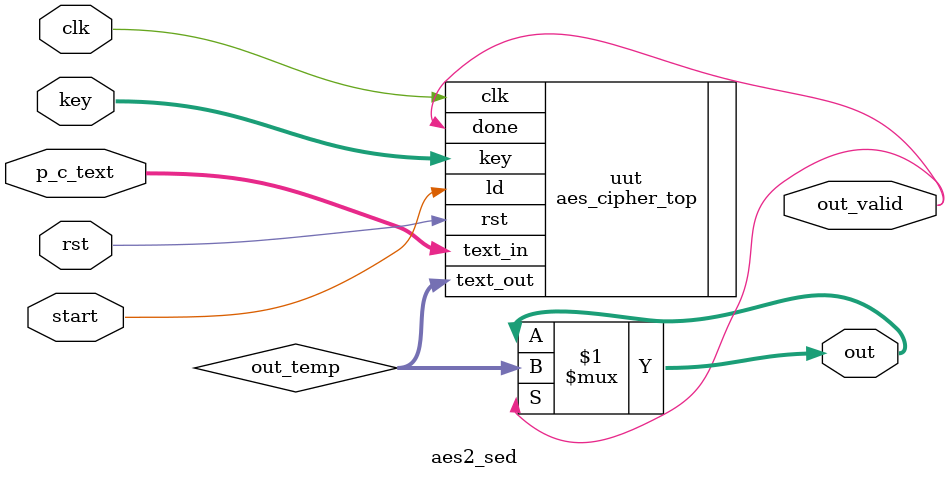
<source format=v>
/*
 * Description:
 * AES is implemented in CTR mode.
 * Give 128 bit input to "p_c_text" (plain/cipher text).
 * Give 128 bit key to "key".
 * Give 128 initial vector to "state".
 *
 * Conditions: 
 * Don't give new inputs and start until assertion of out_valid.
 * Start has to go from 0 to 1 for the correct starting.
 * "state" value should be same for both encryption and decryption.
 *
 * sed: Serialized Encryption and Decryption
 */

module aes2_sed(clk, rst, start, p_c_text, key, out, out_valid); 
    input          clk;
    input          start;
    input          rst;
    input  [127:0] p_c_text; // input
    input  [127:0] key; // key
    output [127:0] out; // out
    output         out_valid; // out_valid
	
    wire    [127:0] out_temp;
    wire     out_valid;
    
    // Instantiate the Unit Under Test (UUT)
	aes_cipher_top uut (
        .clk(clk),
        .rst(rst),
        .ld(start),
        .done(out_valid),
        .key(key),
        .text_in(p_c_text),
        .text_out(out_temp)
	);
	
	assign out = out_valid ? out_temp : out;
	// assign done = out_valid ? out_valid : done;
	
    // Muxing p_c_text with output of AES core.
    // assign out = p_c_text ^ out_temp;

endmodule


</source>
